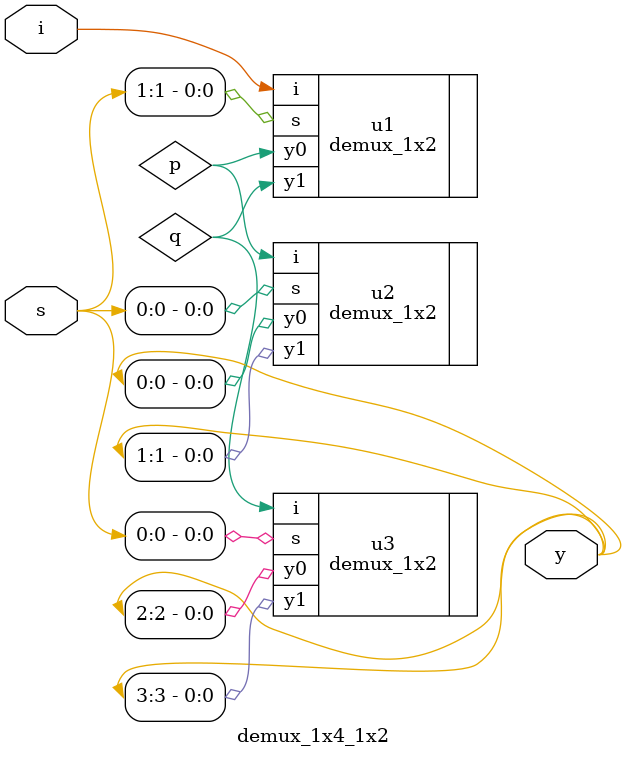
<source format=v>
module demux_1x4_1x2(
    input i,
    input [1:0]s,
    output [3:0]y
);
wire p,q;

demux_1x2 u1(.i(i),.s(s[1]),.y0(p),.y1(q));
demux_1x2 u2(.i(p),.s(s[0]),.y0(y[0]),.y1(y[1]));
demux_1x2 u3(.i(q),.s(s[0]),.y0(y[2]),.y1(y[3]));

endmodule




</source>
